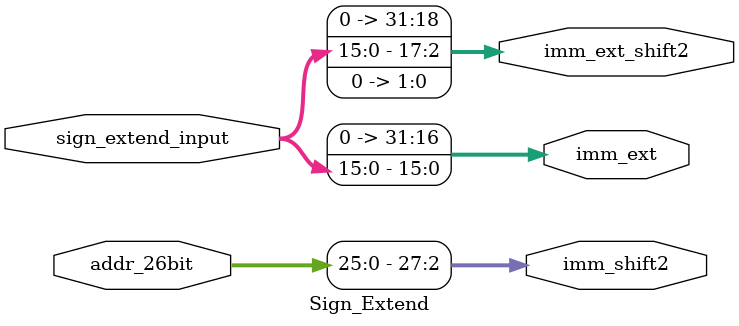
<source format=v>
module Sign_Extend(
    input [15:0] sign_extend_input,
    input [25:0] addr_26bit,
    output [31:0] imm_ext,
    output [31:0] imm_ext_shift2,
    output [31:0] imm_shift2    // for J type
);
    assign imm_ext[14:0] = sign_extend_input[14:0];
    assign imm_ext[31:15] = sign_extend_input[15];
    assign imm_ext_shift2[31:0] = imm_ext[31:0] << 2;
    assign imm_shift2[27:2] = addr_26bit[25:0];

endmodule

</source>
